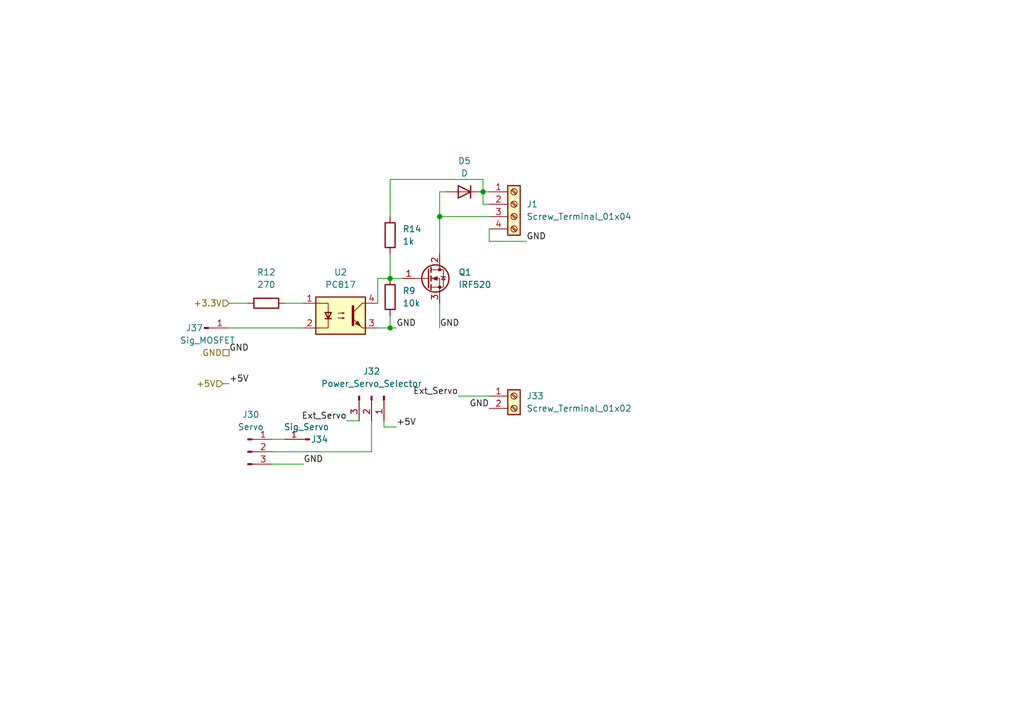
<source format=kicad_sch>
(kicad_sch (version 20231120) (generator "eeschema") (generator_version "8.0")
  (paper "A5")
  (title_block (title "Power") (date "2024-08-29") (rev "1.0") (company "Designed by CREPP-NLG"))
  (lib_symbols
    (symbol "Connector:Conn_01x01_Pin" (pin_names (offset 1.016) hide)
      (property "Reference" "J" (at 0 2.54 0))
      (property "Value" "Conn_01x01_Pin" (at 0 -2.54 0))
      (symbol "Conn_01x01_Pin_1_1"
        (polyline (pts (xy 1.27 0) (xy 0.8636 0)) (stroke (width 0.1524)))
        (rectangle (start 0.8636 0.127) (end 0 -0.127) (stroke (width 0.1524)) (fill (type outline)))
        (pin passive line (at 5.08 0 180) (length 3.81) (name "Pin_1") (number "1"))
      )
    )
    (symbol "Connector:Conn_01x03_Pin" (pin_names (offset 1.016) hide)
      (property "Reference" "J" (at 0 5.08 0))
      (property "Value" "Conn_01x03_Pin" (at 0 -5.08 0))
      (symbol "Conn_01x03_Pin_1_1"
        (polyline (pts (xy 1.27 -2.54) (xy 0.8636 -2.54)) (stroke (width 0.1524)))
        (polyline (pts (xy 1.27 0) (xy 0.8636 0)) (stroke (width 0.1524)))
        (polyline (pts (xy 1.27 2.54) (xy 0.8636 2.54)) (stroke (width 0.1524)))
        (rectangle (start 0.8636 -2.413) (end 0 -2.667) (stroke (width 0.1524)) (fill (type outline)))
        (rectangle (start 0.8636 0.127) (end 0 -0.127) (stroke (width 0.1524)) (fill (type outline)))
        (rectangle (start 0.8636 2.667) (end 0 2.413) (stroke (width 0.1524)) (fill (type outline)))
        (pin passive line (at 5.08 2.54 180) (length 3.81) (name "Pin_1") (number "1"))
        (pin passive line (at 5.08 0 180) (length 3.81) (name "Pin_2") (number "2"))
        (pin passive line (at 5.08 -2.54 180) (length 3.81) (name "Pin_3") (number "3"))
      )
    )
    (symbol "Connector:Screw_Terminal_01x02" (pin_names (offset 1.016) hide)
      (property "Reference" "J" (at 0 2.54 0))
      (property "Value" "Screw_Terminal_01x02" (at 0 -5.08 0))
      (symbol "Screw_Terminal_01x02_1_1"
        (rectangle (start -1.27 1.27) (end 1.27 -3.81) (stroke (width 0.254)) (fill (type background)))
        (circle (center 0 -2.54) (radius 0.635) (stroke (width 0.1524)))
        (polyline (pts (xy -0.5334 -2.2098) (xy 0.3302 -3.048)) (stroke (width 0.1524)))
        (polyline (pts (xy -0.5334 0.3302) (xy 0.3302 -0.508)) (stroke (width 0.1524)))
        (polyline (pts (xy -0.3556 -2.032) (xy 0.508 -2.8702)) (stroke (width 0.1524)))
        (polyline (pts (xy -0.3556 0.508) (xy 0.508 -0.3302)) (stroke (width 0.1524)))
        (circle (center 0 0) (radius 0.635) (stroke (width 0.1524)))
        (pin passive line (at -5.08 0 0) (length 3.81) (name "Pin_1") (number "1"))
        (pin passive line (at -5.08 -2.54 0) (length 3.81) (name "Pin_2") (number "2"))
      )
    )
    (symbol "Connector:Screw_Terminal_01x04" (pin_names (offset 1.016) hide)
      (property "Reference" "J" (at 0 5.08 0))
      (property "Value" "Screw_Terminal_01x04" (at 0 -7.62 0))
      (symbol "Screw_Terminal_01x04_1_1"
        (rectangle (start -1.27 3.81) (end 1.27 -6.35) (stroke (width 0.254)) (fill (type background)))
        (circle (center 0 -5.08) (radius 0.635) (stroke (width 0.1524)))
        (circle (center 0 -2.54) (radius 0.635) (stroke (width 0.1524)))
        (polyline (pts (xy -0.5334 -4.7498) (xy 0.3302 -5.588)) (stroke (width 0.1524)))
        (polyline (pts (xy -0.5334 -2.2098) (xy 0.3302 -3.048)) (stroke (width 0.1524)))
        (polyline (pts (xy -0.5334 0.3302) (xy 0.3302 -0.508)) (stroke (width 0.1524)))
        (polyline (pts (xy -0.5334 2.8702) (xy 0.3302 2.032)) (stroke (width 0.1524)))
        (polyline (pts (xy -0.3556 -4.572) (xy 0.508 -5.4102)) (stroke (width 0.1524)))
        (polyline (pts (xy -0.3556 -2.032) (xy 0.508 -2.8702)) (stroke (width 0.1524)))
        (polyline (pts (xy -0.3556 0.508) (xy 0.508 -0.3302)) (stroke (width 0.1524)))
        (polyline (pts (xy -0.3556 3.048) (xy 0.508 2.2098)) (stroke (width 0.1524)))
        (circle (center 0 0) (radius 0.635) (stroke (width 0.1524)))
        (circle (center 0 2.54) (radius 0.635) (stroke (width 0.1524)))
        (pin passive line (at -5.08 2.54 0) (length 3.81) (name "Pin_1") (number "1"))
        (pin passive line (at -5.08 0 0) (length 3.81) (name "Pin_2") (number "2"))
        (pin passive line (at -5.08 -2.54 0) (length 3.81) (name "Pin_3") (number "3"))
        (pin passive line (at -5.08 -5.08 0) (length 3.81) (name "Pin_4") (number "4"))
      )
    )
    (symbol "Device:D" (pin_numbers hide) (pin_names (offset 1.016) hide)
      (property "Reference" "D" (at 0 2.54 0))
      (property "Value" "D" (at 0 -2.54 0))
      (symbol "D_0_1"
        (polyline (pts (xy -1.27 1.27) (xy -1.27 -1.27)) (stroke (width 0.254)))
        (polyline (pts (xy 1.27 0) (xy -1.27 0)))
        (polyline (pts (xy 1.27 1.27) (xy 1.27 -1.27) (xy -1.27 0) (xy 1.27 1.27)) (stroke (width 0.254)))
      )
      (symbol "D_1_1"
        (pin passive line (at -3.81 0 0) (length 2.54) (name "K") (number "1"))
        (pin passive line (at 3.81 0 180) (length 2.54) (name "A") (number "2"))
      )
    )
    (symbol "Device:R" (pin_numbers hide) (pin_names (offset 0))
      (property "Reference" "R" (at 2.032 0 90))
      (property "Value" "R" (at 0 0 90))
      (symbol "R_0_1"
        (rectangle (start -1.016 -2.54) (end 1.016 2.54) (stroke (width 0.254)))
      )
      (symbol "R_1_1"
        (pin passive line (at 0 3.81 270) (length 1.27) (name "~") (number "1"))
        (pin passive line (at 0 -3.81 90) (length 1.27) (name "~") (number "2"))
      )
    )
    (symbol "Isolator:PC817" (pin_names (offset 1.016))
      (property "Reference" "U" (at -5.08 5.08 0))
      (property "Value" "PC817" (at 0 5.08 0))
      (symbol "PC817_0_1"
        (rectangle (start -5.08 3.81) (end 5.08 -3.81) (stroke (width 0.254)) (fill (type background)))
        (polyline (pts (xy -3.175 -0.635) (xy -1.905 -0.635)) (stroke (width 0.254)))
        (polyline (pts (xy 2.54 0.635) (xy 4.445 2.54)))
        (polyline (pts (xy 4.445 -2.54) (xy 2.54 -0.635)) (fill (type outline)))
        (polyline (pts (xy 4.445 -2.54) (xy 5.08 -2.54)))
        (polyline (pts (xy 4.445 2.54) (xy 5.08 2.54)))
        (polyline (pts (xy -5.08 2.54) (xy -2.54 2.54) (xy -2.54 -0.635)))
        (polyline (pts (xy -2.54 -0.635) (xy -2.54 -2.54) (xy -5.08 -2.54)))
        (polyline (pts (xy 2.54 1.905) (xy 2.54 -1.905) (xy 2.54 -1.905)) (stroke (width 0.508)))
        (polyline (pts (xy -2.54 -0.635) (xy -3.175 0.635) (xy -1.905 0.635) (xy -2.54 -0.635)) (stroke (width 0.254)))
        (polyline (pts (xy -0.508 -0.508) (xy 0.762 -0.508) (xy 0.381 -0.635) (xy 0.381 -0.381) (xy 0.762 -0.508)))
        (polyline (pts (xy -0.508 0.508) (xy 0.762 0.508) (xy 0.381 0.381) (xy 0.381 0.635) (xy 0.762 0.508)))
        (polyline (pts (xy 3.048 -1.651) (xy 3.556 -1.143) (xy 4.064 -2.159) (xy 3.048 -1.651) (xy 3.048 -1.651)) (fill (type outline)))
      )
      (symbol "PC817_1_1"
        (pin passive line (at -7.62 2.54 0) (length 2.54) (name "~") (number "1"))
        (pin passive line (at -7.62 -2.54 0) (length 2.54) (name "~") (number "2"))
        (pin passive line (at 7.62 -2.54 180) (length 2.54) (name "~") (number "3"))
        (pin passive line (at 7.62 2.54 180) (length 2.54) (name "~") (number "4"))
      )
    )
    (symbol "Transistor_FET:IRF540N" (pin_names hide)
      (property "Reference" "Q" (at 5.08 1.905 0))
      (property "Value" "IRF540N" (at 5.08 0 0))
      (symbol "IRF540N_0_1"
        (polyline (pts (xy 0.254 0) (xy -2.54 0)))
        (polyline (pts (xy 0.254 1.905) (xy 0.254 -1.905)) (stroke (width 0.254)))
        (polyline (pts (xy 0.762 -1.27) (xy 0.762 -2.286)) (stroke (width 0.254)))
        (polyline (pts (xy 0.762 0.508) (xy 0.762 -0.508)) (stroke (width 0.254)))
        (polyline (pts (xy 0.762 2.286) (xy 0.762 1.27)) (stroke (width 0.254)))
        (polyline (pts (xy 2.54 2.54) (xy 2.54 1.778)))
        (polyline (pts (xy 2.54 -2.54) (xy 2.54 0) (xy 0.762 0)))
        (polyline (pts (xy 0.762 -1.778) (xy 3.302 -1.778) (xy 3.302 1.778) (xy 0.762 1.778)))
        (polyline (pts (xy 1.016 0) (xy 2.032 0.381) (xy 2.032 -0.381) (xy 1.016 0)) (fill (type outline)))
        (polyline (pts (xy 2.794 0.508) (xy 2.921 0.381) (xy 3.683 0.381) (xy 3.81 0.254)))
        (polyline (pts (xy 3.302 0.381) (xy 2.921 -0.254) (xy 3.683 -0.254) (xy 3.302 0.381)))
        (circle (center 1.651 0) (radius 2.794) (stroke (width 0.254)))
        (circle (center 2.54 -1.778) (radius 0.254) (fill (type outline)))
        (circle (center 2.54 1.778) (radius 0.254) (fill (type outline)))
      )
      (symbol "IRF540N_1_1"
        (pin input line (at -5.08 0 0) (length 2.54) (name "G") (number "1"))
        (pin passive line (at 2.54 5.08 270) (length 2.54) (name "D") (number "2"))
        (pin passive line (at 2.54 -5.08 90) (length 2.54) (name "S") (number "3"))
      )
    )
  )
  (junction (at 80.01 57.15))
  (junction (at 80.01 67.31))
  (junction (at 99.06 39.37))
  (junction (at 90.17 44.45))
  (wire (pts (xy 78.74 87.63) (xy 78.74 86.36)))
  (wire (pts (xy 71.12 86.36) (xy 73.66 86.36)))
  (wire (pts (xy 99.06 39.37) (xy 99.06 36.83)))
  (wire (pts (xy 90.17 62.23) (xy 90.17 67.31)))
  (wire (pts (xy 80.01 67.31) (xy 77.47 67.31)))
  (wire (pts (xy 45.72 78.74) (xy 46.99 78.74)))
  (wire (pts (xy 76.2 92.71) (xy 55.88 92.71)))
  (wire (pts (xy 80.01 57.15) (xy 82.55 57.15)))
  (wire (pts (xy 99.06 41.91) (xy 100.33 41.91)))
  (wire (pts (xy 99.06 39.37) (xy 99.06 41.91)))
  (wire (pts (xy 55.88 95.25) (xy 62.23 95.25)))
  (wire (pts (xy 80.01 36.83) (xy 80.01 44.45)))
  (wire (pts (xy 93.98 81.28) (xy 100.33 81.28)))
  (wire (pts (xy 46.99 62.23) (xy 50.8 62.23)))
  (wire (pts (xy 46.99 67.31) (xy 62.23 67.31)))
  (wire (pts (xy 81.28 67.31) (xy 80.01 67.31)))
  (wire (pts (xy 58.42 62.23) (xy 62.23 62.23)))
  (wire (pts (xy 90.17 44.45) (xy 90.17 52.07)))
  (wire (pts (xy 100.33 44.45) (xy 90.17 44.45)))
  (wire (pts (xy 77.47 57.15) (xy 80.01 57.15)))
  (wire (pts (xy 99.06 36.83) (xy 80.01 36.83)))
  (wire (pts (xy 76.2 86.36) (xy 76.2 92.71)))
  (wire (pts (xy 91.44 39.37) (xy 90.17 39.37)))
  (wire (pts (xy 80.01 52.07) (xy 80.01 57.15)))
  (wire (pts (xy 107.95 49.53) (xy 100.33 49.53)))
  (wire (pts (xy 80.01 64.77) (xy 80.01 67.31)))
  (wire (pts (xy 100.33 39.37) (xy 99.06 39.37)))
  (wire (pts (xy 77.47 62.23) (xy 77.47 57.15)))
  (wire (pts (xy 100.33 49.53) (xy 100.33 46.99)))
  (wire (pts (xy 90.17 39.37) (xy 90.17 44.45)))
  (wire (pts (xy 55.88 90.17) (xy 58.42 90.17)))
  (wire (pts (xy 81.28 87.63) (xy 78.74 87.63)))
  (label "Ext_Servo" (at 93.98 81.28 180))
  (label "GND" (at 81.28 67.31 0))
  (label "+5V" (at 81.28 87.63 0))
  (label "GND" (at 107.95 49.53 0))
  (label "GND" (at 90.17 67.31 0))
  (label "+5V" (at 46.99 78.74 0))
  (label "GND" (at 46.99 72.39 0))
  (label "GND" (at 100.33 83.82 180))
  (label "GND" (at 62.23 95.25 0))
  (label "Ext_Servo" (at 71.12 86.36 180))
  (hierarchical_label "GND" (shape passive) (at 46.99 72.39 180))
  (hierarchical_label "+5V" (shape input) (at 45.72 78.74 180))
  (hierarchical_label "+3.3V" (shape input) (at 46.99 62.23 180))
  (symbol (lib_id "Connector:Conn_01x01_Pin") (at 63.5 90.17 180) (unit 1)
    (property "Reference" "J34" (at 65.532 90.17 0))
    (property "Value" "Sig_Servo" (at 62.865 87.63 0))
    (property "Footprint" "Connector_PinHeader_2.54mm:PinHeader_1x01_P2.54mm_Vertical" (effects (hide yes)))
    (property "Description" "Generic connector, single row, 01x01, script generated" (effects (hide yes)))
  )
  (symbol (lib_id "Connector:Screw_Terminal_01x04") (at 105.41 41.91 0) (unit 1)
    (property "Reference" "J1" (at 107.95 41.9099 0) (effects (justify left)))
    (property "Value" "Screw_Terminal_01x04" (at 107.95 44.4499 0) (effects (justify left)))
    (property "Footprint" "TerminalBlock_Phoenix:TerminalBlock_Phoenix_MKDS-1,5-4-5.08_1x04_P5.08mm_Horizontal" (effects (hide yes)))
    (property "Description" "Generic screw terminal, single row, 01x04, script generated (kicad-library-utils/schlib/autogen/connector/)" (effects (hide yes)))
  )
  (symbol (lib_id "Isolator:PC817") (at 69.85 64.77 0) (unit 1)
    (property "Reference" "U2" (at 69.85 55.88 0))
    (property "Value" "PC817" (at 69.85 58.42 0))
    (property "Footprint" "Package_DIP:DIP-4_W7.62mm" (effects (hide yes)))
    (property "Datasheet" "http://www.soselectronic.cz/a_info/resource/d/pc817.pdf" (effects (hide yes)))
    (property "Description" "DC Optocoupler, Vce 35V, CTR 50-300%, DIP-4" (effects (hide yes)))
  )
  (symbol (lib_id "Connector:Conn_01x01_Pin") (at 41.91 67.31 0) (unit 1)
    (property "Reference" "J37" (at 39.878 67.31 0))
    (property "Value" "Sig_MOSFET" (at 42.545 69.85 0))
    (property "Footprint" "Connector_PinHeader_2.54mm:PinHeader_1x01_P2.54mm_Vertical" (effects (hide yes)))
    (property "Description" "Generic connector, single row, 01x01, script generated" (effects (hide yes)))
  )
  (symbol (lib_id "Device:D") (at 95.25 39.37 180) (unit 1)
    (property "Reference" "D5" (at 95.25 33.02 0))
    (property "Value" "D" (at 95.25 35.56 0))
    (property "Footprint" "Diode_THT:D_A-405_P7.62mm_Horizontal" (effects (hide yes)))
    (property "Description" "Diode" (effects (hide yes)))
    (property "Sim.Device" "D" (effects (hide yes)))
    (property "Sim.Pins" "1=K 2=A" (effects (hide yes)))
  )
  (symbol (lib_id "Device:R") (at 54.61 62.23 90) (unit 1)
    (property "Reference" "R12" (at 54.61 55.88 90))
    (property "Value" "270" (at 54.61 58.42 90))
    (property "Footprint" "Resistor_THT:R_Axial_DIN0207_L6.3mm_D2.5mm_P7.62mm_Horizontal" (effects (hide yes)))
    (property "Description" "Resistor" (effects (hide yes)))
  )
  (symbol (lib_id "Connector:Conn_01x03_Pin") (at 50.8 92.71 0) (unit 1)
    (property "Reference" "J30" (at 51.435 85.09 0))
    (property "Value" "Servo" (at 51.435 87.63 0))
    (property "Footprint" "Connector_PinHeader_2.54mm:PinHeader_1x03_P2.54mm_Vertical" (effects (hide yes)))
    (property "Description" "Generic connector, single row, 01x03, script generated" (effects (hide yes)))
  )
  (symbol (lib_id "Connector:Screw_Terminal_01x02") (at 105.41 81.28 0) (unit 1)
    (property "Reference" "J33" (at 107.95 81.2799 0) (effects (justify left)))
    (property "Value" "Screw_Terminal_01x02" (at 107.95 83.8199 0) (effects (justify left)))
    (property "Footprint" "TerminalBlock_Phoenix:TerminalBlock_Phoenix_MKDS-1,5-2_1x02_P5.00mm_Horizontal" (effects (hide yes)))
    (property "Description" "Generic screw terminal, single row, 01x02, script generated (kicad-library-utils/schlib/autogen/connector/)" (effects (hide yes)))
  )
  (symbol (lib_id "Device:R") (at 80.01 60.96 0) (unit 1)
    (property "Reference" "R9" (at 82.55 59.6899 0) (effects (justify left)))
    (property "Value" "10k" (at 82.55 62.2299 0) (effects (justify left)))
    (property "Footprint" "Resistor_THT:R_Axial_DIN0207_L6.3mm_D2.5mm_P7.62mm_Horizontal" (effects (hide yes)))
    (property "Description" "Resistor" (effects (hide yes)))
  )
  (symbol (lib_id "Device:R") (at 80.01 48.26 0) (unit 1)
    (property "Reference" "R14" (at 82.55 46.9899 0) (effects (justify left)))
    (property "Value" "1k" (at 82.55 49.5299 0) (effects (justify left)))
    (property "Footprint" "Resistor_THT:R_Axial_DIN0207_L6.3mm_D2.5mm_P7.62mm_Horizontal" (effects (hide yes)))
    (property "Description" "Resistor" (effects (hide yes)))
  )
  (symbol (lib_id "Transistor_FET:IRF540N") (at 87.63 57.15 0) (unit 1)
    (property "Reference" "Q1" (at 93.98 55.8799 0) (effects (justify left)))
    (property "Value" "IRF520" (at 93.98 58.4199 0) (effects (justify left)))
    (property "Footprint" "Package_TO_SOT_THT:TO-220-3_Vertical" (effects (hide yes)))
    (property "Datasheet" "http://www.irf.com/product-info/datasheets/data/irf540n.pdf" (effects (hide yes)))
    (property "Description" "33A Id, 100V Vds, HEXFET N-Channel MOSFET, TO-220" (effects (hide yes)))
  )
  (symbol (lib_id "Connector:Conn_01x03_Pin") (at 76.2 81.28 270) (unit 1)
    (property "Reference" "J32" (at 76.2 76.2 90))
    (property "Value" "Power_Servo_Selector" (at 76.2 78.74 90))
    (property "Footprint" "Connector_PinHeader_2.54mm:PinHeader_1x03_P2.54mm_Vertical" (effects (hide yes)))
    (property "Description" "Generic connector, single row, 01x03, script generated" (effects (hide yes)))
  )
)
</source>
